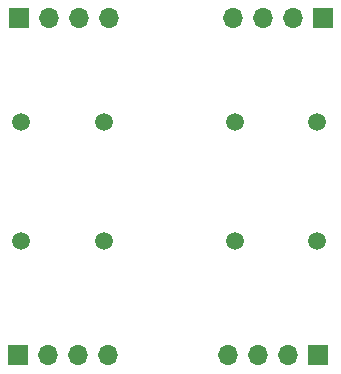
<source format=gbr>
%TF.GenerationSoftware,KiCad,Pcbnew,7.0.6*%
%TF.CreationDate,2023-11-27T13:38:28-05:00*%
%TF.ProjectId,AudioAdder,41756469-6f41-4646-9465-722e6b696361,2*%
%TF.SameCoordinates,Original*%
%TF.FileFunction,Soldermask,Bot*%
%TF.FilePolarity,Negative*%
%FSLAX46Y46*%
G04 Gerber Fmt 4.6, Leading zero omitted, Abs format (unit mm)*
G04 Created by KiCad (PCBNEW 7.0.6) date 2023-11-27 13:38:28*
%MOMM*%
%LPD*%
G01*
G04 APERTURE LIST*
%ADD10R,1.700000X1.700000*%
%ADD11O,1.700000X1.700000*%
%ADD12C,1.500000*%
G04 APERTURE END LIST*
D10*
%TO.C,REF\u002A\u002A*%
X165490000Y-87830000D03*
D11*
X162950000Y-87830000D03*
X160410000Y-87830000D03*
X157870000Y-87830000D03*
%TD*%
D10*
%TO.C,REF\u002A\u002A*%
X165100000Y-116332000D03*
D11*
X162560000Y-116332000D03*
X160020000Y-116332000D03*
X157480000Y-116332000D03*
%TD*%
D12*
%TO.C,J2*%
X165025008Y-106665530D03*
X158025008Y-106665530D03*
%TD*%
D10*
%TO.C,Header 1*%
X139700000Y-116332000D03*
D11*
X142240000Y-116332000D03*
X144780000Y-116332000D03*
X147320000Y-116332000D03*
%TD*%
D12*
%TO.C,J1*%
X165030000Y-96570000D03*
X158030000Y-96570000D03*
%TD*%
%TO.C,J3*%
X139975000Y-106680000D03*
X146975000Y-106680000D03*
%TD*%
%TO.C,J4*%
X139970000Y-96580000D03*
X146970000Y-96580000D03*
%TD*%
D10*
%TO.C,REF\u002A\u002A*%
X139770000Y-87830000D03*
D11*
X142310000Y-87830000D03*
X144850000Y-87830000D03*
X147390000Y-87830000D03*
%TD*%
M02*

</source>
